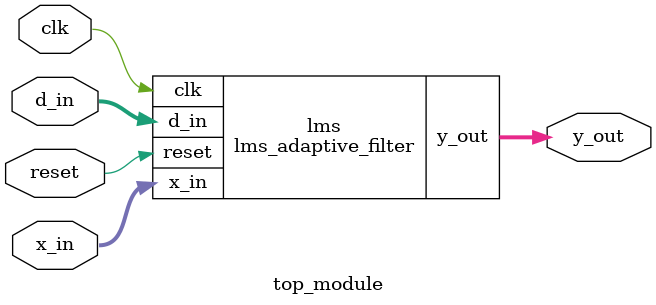
<source format=v>
module fir_filter #(parameter N = 101) (
    input wire clk,
    input wire reset,
    input wire signed [15:0] x_in,
    output reg signed [15:0] y_out
);
    reg signed [15:0] delay_line [0:N-1];  // Input delay line
    integer i;

    always @(posedge clk or posedge reset) begin
        if (reset) begin
            // Reset delay line and output
            for (i = 0; i < N; i = i + 1) begin
                delay_line[i] <= 16'd0;
            end
            y_out <= 16'd0;
        end else begin
            // Shift delay line
            for (i = N-1; i > 0; i = i - 1) begin
                delay_line[i] <= delay_line[i-1];
            end
            delay_line[0] <= x_in;

            // Compute filter output with binary coefficients
            y_out <= 16'd0;
            for (i = 0; i < N; i = i + 1) begin
                if (i % 2 == 0) begin
                    y_out <= y_out + delay_line[i];  // Coefficient is 1
                end else begin
                    y_out <= y_out - delay_line[i];  // Coefficient is -1
                end
            end
        end
    end
endmodule

module lms_adaptive_filter #(parameter N = 101, parameter MU = 16'h0001) (
    input wire clk,
    input wire reset,
    input wire signed [15:0] x_in,
    input wire signed [15:0] d_in,
    output reg signed [15:0] y_out
);
    reg signed [15:0] delay_line [0:N-1];  // Input delay line
    reg signed [15:0] error;
    reg signed [15:0] coeffs [0:N-1];  // Binary coefficients for adaptive filtering
    integer i;

    initial begin
        // Initialize filter coefficients to binary values (1 or -1)
        for (i = 0; i < N; i = i + 1) begin
            if (i % 2 == 0)
                coeffs[i] = 16'd1;
            else
                coeffs[i] = -16'sd1;
        end
    end

    always @(posedge clk or posedge reset) begin
        if (reset) begin
            // Reset delay line and output
            for (i = 0; i < N; i = i + 1) begin
                delay_line[i] <= 16'd0;
            end
            y_out <= 16'd0;
            error <= 16'd0;
        end else begin
            // Shift delay line
            for (i = N-1; i > 0; i = i - 1) begin
                delay_line[i] <= delay_line[i-1];
            end
            delay_line[0] <= x_in;

            // Compute filter output
            y_out <= 16'd0;
            for (i = 0; i < N; i = i + 1) begin
                y_out <= y_out + (coeffs[i] * delay_line[i]);
            end

            // Compute error
            error <= d_in - y_out;

            // Update filter coefficients with binary values
            for (i = 0; i < N; i = i + 1) begin
                if (error * delay_line[i] > 0) begin
                    coeffs[i] <= 16'd1;
                end else begin
                     coeffs[i] = -16'sd1;
                end
            end
        end
    end
endmodule

module top_module (
    input wire clk,
    input wire reset,
    input wire signed [15:0] x_in,
    input wire signed [15:0] d_in,
    output wire signed [15:0] y_out
);
    wire signed [15:0] fir_out;

    // Instantiate FIR filter
    fir_filter fir (
        .clk(clk),
        .reset(reset),
        .x_in(x_in),
        .y_out(fir_out)
    );

    // Instantiate LMS adaptive filter
    lms_adaptive_filter lms (
        .clk(clk),
        .reset(reset),
        .x_in(x_in),
        .d_in(d_in),
        .y_out(y_out)
    );
endmodule



</source>
